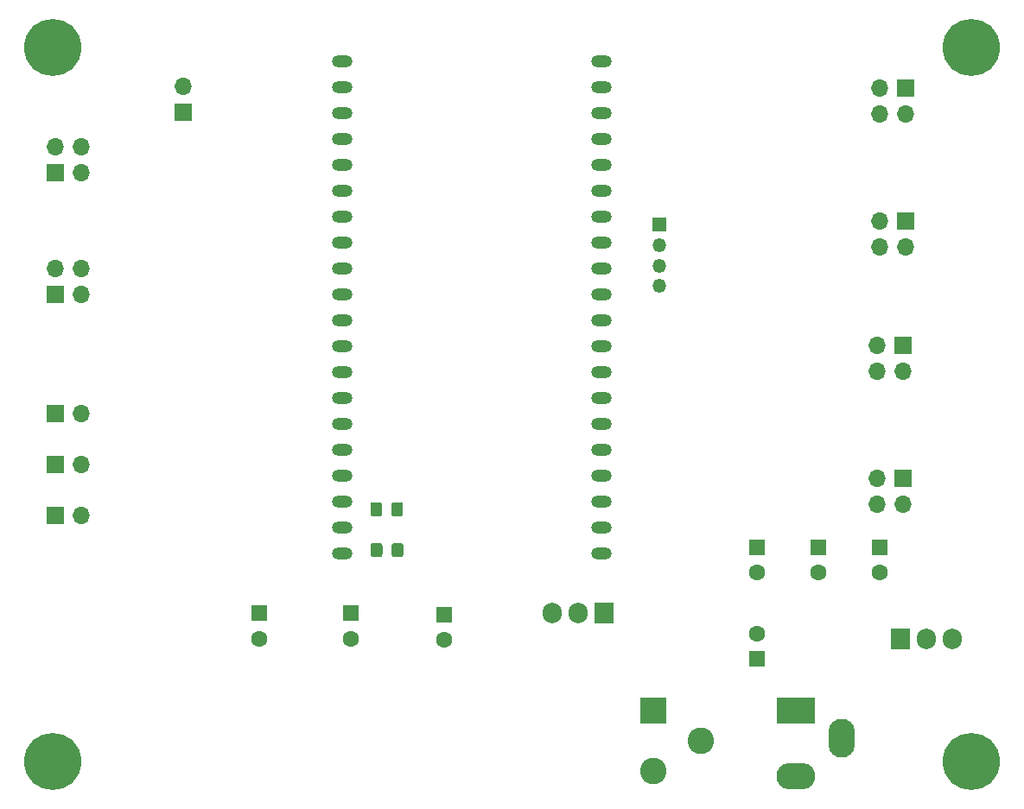
<source format=gbs>
G04 #@! TF.GenerationSoftware,KiCad,Pcbnew,5.1.10*
G04 #@! TF.CreationDate,2022-01-16T13:43:41+02:00*
G04 #@! TF.ProjectId,horse_feeder,686f7273-655f-4666-9565-6465722e6b69,rev?*
G04 #@! TF.SameCoordinates,Original*
G04 #@! TF.FileFunction,Soldermask,Bot*
G04 #@! TF.FilePolarity,Negative*
%FSLAX46Y46*%
G04 Gerber Fmt 4.6, Leading zero omitted, Abs format (unit mm)*
G04 Created by KiCad (PCBNEW 5.1.10) date 2022-01-16 13:43:41*
%MOMM*%
%LPD*%
G01*
G04 APERTURE LIST*
%ADD10C,5.600000*%
%ADD11C,2.600000*%
%ADD12R,2.600000X2.600000*%
%ADD13R,3.800000X2.600000*%
%ADD14O,3.800000X2.600000*%
%ADD15O,2.600000X3.800000*%
%ADD16R,1.600000X1.600000*%
%ADD17C,1.600000*%
%ADD18R,1.350000X1.350000*%
%ADD19O,1.350000X1.350000*%
%ADD20O,1.700000X1.700000*%
%ADD21R,1.700000X1.700000*%
%ADD22O,1.905000X2.000000*%
%ADD23R,1.905000X2.000000*%
%ADD24O,2.000000X1.200000*%
G04 APERTURE END LIST*
D10*
X115000000Y-45000000D03*
X25000000Y-45000000D03*
X25000000Y-115000000D03*
X115000000Y-115000000D03*
D11*
X88500000Y-113000000D03*
X83800000Y-116000000D03*
D12*
X83800000Y-110000000D03*
D13*
X97800000Y-110000000D03*
D14*
X97800000Y-116500000D03*
D15*
X102300000Y-112750000D03*
D16*
X94000000Y-105000000D03*
D17*
X94000000Y-102500000D03*
D16*
X100000000Y-94000000D03*
D17*
X100000000Y-96500000D03*
D16*
X106000000Y-94000000D03*
D17*
X106000000Y-96500000D03*
X94000000Y-96500000D03*
D16*
X94000000Y-94000000D03*
D17*
X63300000Y-103100000D03*
D16*
X63300000Y-100600000D03*
X54200000Y-100500000D03*
D17*
X54200000Y-103000000D03*
X45200000Y-103000000D03*
D16*
X45200000Y-100500000D03*
G36*
G01*
X56100000Y-90750001D02*
X56100000Y-89849999D01*
G75*
G02*
X56349999Y-89600000I249999J0D01*
G01*
X57000001Y-89600000D01*
G75*
G02*
X57250000Y-89849999I0J-249999D01*
G01*
X57250000Y-90750001D01*
G75*
G02*
X57000001Y-91000000I-249999J0D01*
G01*
X56349999Y-91000000D01*
G75*
G02*
X56100000Y-90750001I0J249999D01*
G01*
G37*
G36*
G01*
X58150000Y-90750001D02*
X58150000Y-89849999D01*
G75*
G02*
X58399999Y-89600000I249999J0D01*
G01*
X59050001Y-89600000D01*
G75*
G02*
X59300000Y-89849999I0J-249999D01*
G01*
X59300000Y-90750001D01*
G75*
G02*
X59050001Y-91000000I-249999J0D01*
G01*
X58399999Y-91000000D01*
G75*
G02*
X58150000Y-90750001I0J249999D01*
G01*
G37*
G36*
G01*
X58175000Y-94750001D02*
X58175000Y-93849999D01*
G75*
G02*
X58424999Y-93600000I249999J0D01*
G01*
X59075001Y-93600000D01*
G75*
G02*
X59325000Y-93849999I0J-249999D01*
G01*
X59325000Y-94750001D01*
G75*
G02*
X59075001Y-95000000I-249999J0D01*
G01*
X58424999Y-95000000D01*
G75*
G02*
X58175000Y-94750001I0J249999D01*
G01*
G37*
G36*
G01*
X56125000Y-94750001D02*
X56125000Y-93849999D01*
G75*
G02*
X56374999Y-93600000I249999J0D01*
G01*
X57025001Y-93600000D01*
G75*
G02*
X57275000Y-93849999I0J-249999D01*
G01*
X57275000Y-94750001D01*
G75*
G02*
X57025001Y-95000000I-249999J0D01*
G01*
X56374999Y-95000000D01*
G75*
G02*
X56125000Y-94750001I0J249999D01*
G01*
G37*
D18*
X84400000Y-62400000D03*
D19*
X84400000Y-64400000D03*
X84400000Y-66400000D03*
X84400000Y-68400000D03*
D20*
X106035000Y-51540000D03*
X106035000Y-49000000D03*
X108575000Y-51540000D03*
D21*
X108575000Y-49000000D03*
D20*
X27790000Y-66710000D03*
X27790000Y-69250000D03*
X25250000Y-66710000D03*
D21*
X25250000Y-69250000D03*
D20*
X105785000Y-76790000D03*
X105785000Y-74250000D03*
X108325000Y-76790000D03*
D21*
X108325000Y-74250000D03*
X108325000Y-87250000D03*
D20*
X108325000Y-89790000D03*
X105785000Y-87250000D03*
X105785000Y-89790000D03*
D21*
X108575000Y-62000000D03*
D20*
X108575000Y-64540000D03*
X106035000Y-62000000D03*
X106035000Y-64540000D03*
D21*
X25250000Y-57250000D03*
D20*
X25250000Y-54710000D03*
X27790000Y-57250000D03*
X27790000Y-54710000D03*
X37800000Y-48860000D03*
D21*
X37800000Y-51400000D03*
X25250000Y-90900000D03*
D20*
X27790000Y-90900000D03*
X27790000Y-85900000D03*
D21*
X25250000Y-85900000D03*
X25250000Y-80900000D03*
D20*
X27790000Y-80900000D03*
D22*
X113080000Y-103000000D03*
X110540000Y-103000000D03*
D23*
X108000000Y-103000000D03*
X79000000Y-100500000D03*
D22*
X76460000Y-100500000D03*
X73920000Y-100500000D03*
D24*
X78700000Y-46390000D03*
X53300000Y-46390000D03*
X78700000Y-48930000D03*
X53300000Y-48930000D03*
X78700000Y-51470000D03*
X53300000Y-51470000D03*
X78700000Y-54010000D03*
X53300000Y-54010000D03*
X78700000Y-56550000D03*
X53300000Y-56550000D03*
X78700000Y-59090000D03*
X53300000Y-59090000D03*
X78700000Y-61630000D03*
X53300000Y-61630000D03*
X78700000Y-64170000D03*
X53300000Y-64170000D03*
X78700000Y-66710000D03*
X53300000Y-66710000D03*
X78700000Y-69250000D03*
X53300000Y-69250000D03*
X78700000Y-71790000D03*
X53300000Y-71790000D03*
X78700000Y-74330000D03*
X53300000Y-74330000D03*
X78700000Y-76870000D03*
X53300000Y-76870000D03*
X78700000Y-79410000D03*
X53300000Y-79410000D03*
X78700000Y-81950000D03*
X53300000Y-81950000D03*
X78700000Y-84490000D03*
X53300000Y-84490000D03*
X78700000Y-87030000D03*
X53300000Y-87030000D03*
X78700000Y-89570000D03*
X53300000Y-89570000D03*
X78700000Y-92110000D03*
X53300000Y-92110000D03*
X78700000Y-94650000D03*
X53300000Y-94650000D03*
M02*

</source>
